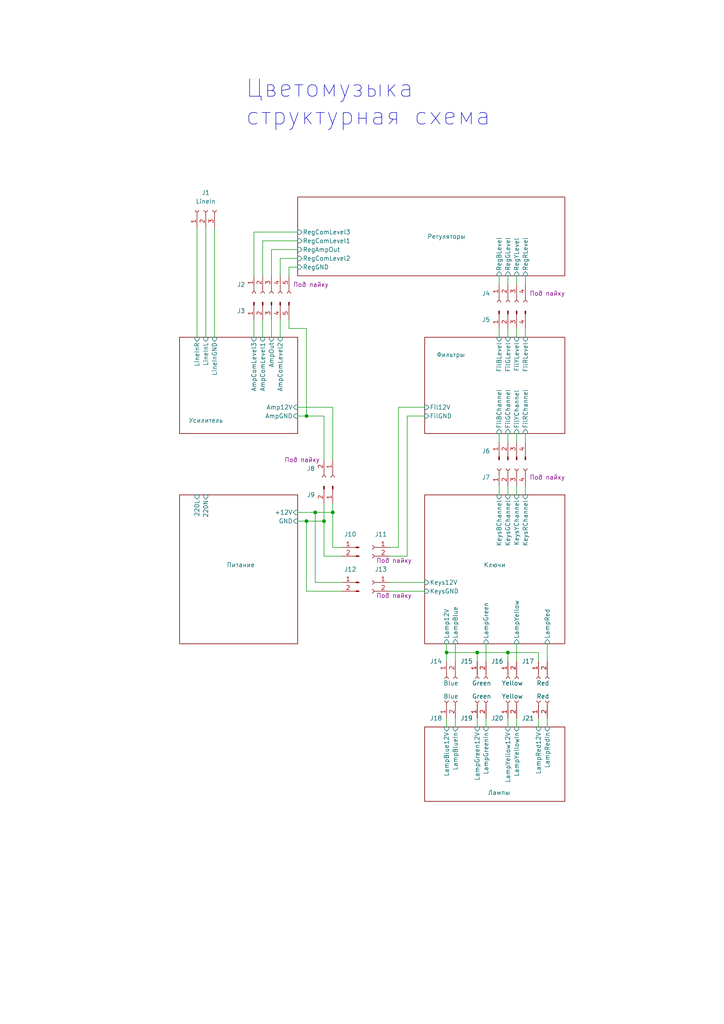
<source format=kicad_sch>
(kicad_sch (version 20230121) (generator eeschema)
  (paper "A4" portrait)
  (lib_symbols
    (symbol "Connector:Conn_01x02_Pin" (pin_names (offset 1.016) hide)
      (property "Reference" "J" (at 0 2.54 0))
      (property "Value" "Conn_01x02_Pin" (at 0 -5.08 0))
      (symbol "Conn_01x02_Pin_1_1"
        (polyline (pts (xy 1.27 -2.54) (xy 0.8636 -2.54)) (stroke (width 0.1524)))
        (polyline (pts (xy 1.27 0) (xy 0.8636 0)) (stroke (width 0.1524)))
        (rectangle (start 0.8636 -2.413) (end 0 -2.667) (stroke (width 0.1524)) (fill (type outline)))
        (rectangle (start 0.8636 0.127) (end 0 -0.127) (stroke (width 0.1524)) (fill (type outline)))
        (pin passive line (at 5.08 0 180) (length 3.81) (name "Pin_1") (number "1"))
        (pin passive line (at 5.08 -2.54 180) (length 3.81) (name "Pin_2") (number "2"))
      )
    )
    (symbol "Connector:Conn_01x02_Socket" (pin_names (offset 1.016) hide)
      (property "Reference" "J" (at 0 2.54 0))
      (property "Value" "Conn_01x02_Socket" (at 0 -5.08 0))
      (symbol "Conn_01x02_Socket_1_1"
        (arc (start 0 -2.032) (mid -0.5058 -2.54) (end 0 -3.048) (stroke (width 0.1524)))
        (polyline (pts (xy -1.27 -2.54) (xy -0.508 -2.54)) (stroke (width 0.1524)))
        (polyline (pts (xy -1.27 0) (xy -0.508 0)) (stroke (width 0.1524)))
        (arc (start 0 0.508) (mid -0.5058 0) (end 0 -0.508) (stroke (width 0.1524)))
        (pin passive line (at -5.08 0 0) (length 3.81) (name "Pin_1") (number "1"))
        (pin passive line (at -5.08 -2.54 0) (length 3.81) (name "Pin_2") (number "2"))
      )
    )
    (symbol "Connector:Conn_01x03_Socket" (pin_names (offset 1.016) hide)
      (property "Reference" "J" (at 0 5.08 0))
      (property "Value" "Conn_01x03_Socket" (at 0 -5.08 0))
      (symbol "Conn_01x03_Socket_1_1"
        (arc (start 0 -2.032) (mid -0.5058 -2.54) (end 0 -3.048) (stroke (width 0.1524)))
        (polyline (pts (xy -1.27 -2.54) (xy -0.508 -2.54)) (stroke (width 0.1524)))
        (polyline (pts (xy -1.27 0) (xy -0.508 0)) (stroke (width 0.1524)))
        (polyline (pts (xy -1.27 2.54) (xy -0.508 2.54)) (stroke (width 0.1524)))
        (arc (start 0 0.508) (mid -0.5058 0) (end 0 -0.508) (stroke (width 0.1524)))
        (arc (start 0 3.048) (mid -0.5058 2.54) (end 0 2.032) (stroke (width 0.1524)))
        (pin passive line (at -5.08 2.54 0) (length 3.81) (name "Pin_1") (number "1"))
        (pin passive line (at -5.08 0 0) (length 3.81) (name "Pin_2") (number "2"))
        (pin passive line (at -5.08 -2.54 0) (length 3.81) (name "Pin_3") (number "3"))
      )
    )
    (symbol "Connector:Conn_01x04_Pin" (pin_names (offset 1.016) hide)
      (property "Reference" "J" (at 0 5.08 0))
      (property "Value" "Conn_01x04_Pin" (at 0 -7.62 0))
      (symbol "Conn_01x04_Pin_1_1"
        (polyline (pts (xy 1.27 -5.08) (xy 0.8636 -5.08)) (stroke (width 0.1524)))
        (polyline (pts (xy 1.27 -2.54) (xy 0.8636 -2.54)) (stroke (width 0.1524)))
        (polyline (pts (xy 1.27 0) (xy 0.8636 0)) (stroke (width 0.1524)))
        (polyline (pts (xy 1.27 2.54) (xy 0.8636 2.54)) (stroke (width 0.1524)))
        (rectangle (start 0.8636 -4.953) (end 0 -5.207) (stroke (width 0.1524)) (fill (type outline)))
        (rectangle (start 0.8636 -2.413) (end 0 -2.667) (stroke (width 0.1524)) (fill (type outline)))
        (rectangle (start 0.8636 0.127) (end 0 -0.127) (stroke (width 0.1524)) (fill (type outline)))
        (rectangle (start 0.8636 2.667) (end 0 2.413) (stroke (width 0.1524)) (fill (type outline)))
        (pin passive line (at 5.08 2.54 180) (length 3.81) (name "Pin_1") (number "1"))
        (pin passive line (at 5.08 0 180) (length 3.81) (name "Pin_2") (number "2"))
        (pin passive line (at 5.08 -2.54 180) (length 3.81) (name "Pin_3") (number "3"))
        (pin passive line (at 5.08 -5.08 180) (length 3.81) (name "Pin_4") (number "4"))
      )
    )
    (symbol "Connector:Conn_01x04_Socket" (pin_names (offset 1.016) hide)
      (property "Reference" "J" (at 0 5.08 0))
      (property "Value" "Conn_01x04_Socket" (at 0 -7.62 0))
      (symbol "Conn_01x04_Socket_1_1"
        (arc (start 0 -4.572) (mid -0.5058 -5.08) (end 0 -5.588) (stroke (width 0.1524)))
        (arc (start 0 -2.032) (mid -0.5058 -2.54) (end 0 -3.048) (stroke (width 0.1524)))
        (polyline (pts (xy -1.27 -5.08) (xy -0.508 -5.08)) (stroke (width 0.1524)))
        (polyline (pts (xy -1.27 -2.54) (xy -0.508 -2.54)) (stroke (width 0.1524)))
        (polyline (pts (xy -1.27 0) (xy -0.508 0)) (stroke (width 0.1524)))
        (polyline (pts (xy -1.27 2.54) (xy -0.508 2.54)) (stroke (width 0.1524)))
        (arc (start 0 0.508) (mid -0.5058 0) (end 0 -0.508) (stroke (width 0.1524)))
        (arc (start 0 3.048) (mid -0.5058 2.54) (end 0 2.032) (stroke (width 0.1524)))
        (pin passive line (at -5.08 2.54 0) (length 3.81) (name "Pin_1") (number "1"))
        (pin passive line (at -5.08 0 0) (length 3.81) (name "Pin_2") (number "2"))
        (pin passive line (at -5.08 -2.54 0) (length 3.81) (name "Pin_3") (number "3"))
        (pin passive line (at -5.08 -5.08 0) (length 3.81) (name "Pin_4") (number "4"))
      )
    )
    (symbol "Connector:Conn_01x05_Pin" (pin_names (offset 1.016) hide)
      (property "Reference" "J" (at 0 7.62 0))
      (property "Value" "Conn_01x05_Pin" (at 0 -7.62 0))
      (symbol "Conn_01x05_Pin_1_1"
        (polyline (pts (xy 1.27 -5.08) (xy 0.8636 -5.08)) (stroke (width 0.1524)))
        (polyline (pts (xy 1.27 -2.54) (xy 0.8636 -2.54)) (stroke (width 0.1524)))
        (polyline (pts (xy 1.27 0) (xy 0.8636 0)) (stroke (width 0.1524)))
        (polyline (pts (xy 1.27 2.54) (xy 0.8636 2.54)) (stroke (width 0.1524)))
        (polyline (pts (xy 1.27 5.08) (xy 0.8636 5.08)) (stroke (width 0.1524)))
        (rectangle (start 0.8636 -4.953) (end 0 -5.207) (stroke (width 0.1524)) (fill (type outline)))
        (rectangle (start 0.8636 -2.413) (end 0 -2.667) (stroke (width 0.1524)) (fill (type outline)))
        (rectangle (start 0.8636 0.127) (end 0 -0.127) (stroke (width 0.1524)) (fill (type outline)))
        (rectangle (start 0.8636 2.667) (end 0 2.413) (stroke (width 0.1524)) (fill (type outline)))
        (rectangle (start 0.8636 5.207) (end 0 4.953) (stroke (width 0.1524)) (fill (type outline)))
        (pin passive line (at 5.08 5.08 180) (length 3.81) (name "Pin_1") (number "1"))
        (pin passive line (at 5.08 2.54 180) (length 3.81) (name "Pin_2") (number "2"))
        (pin passive line (at 5.08 0 180) (length 3.81) (name "Pin_3") (number "3"))
        (pin passive line (at 5.08 -2.54 180) (length 3.81) (name "Pin_4") (number "4"))
        (pin passive line (at 5.08 -5.08 180) (length 3.81) (name "Pin_5") (number "5"))
      )
    )
    (symbol "Connector:Conn_01x05_Socket" (pin_names (offset 1.016) hide)
      (property "Reference" "J" (at 0 7.62 0))
      (property "Value" "Conn_01x05_Socket" (at 0 -7.62 0))
      (symbol "Conn_01x05_Socket_1_1"
        (arc (start 0 -4.572) (mid -0.5058 -5.08) (end 0 -5.588) (stroke (width 0.1524)))
        (arc (start 0 -2.032) (mid -0.5058 -2.54) (end 0 -3.048) (stroke (width 0.1524)))
        (polyline (pts (xy -1.27 -5.08) (xy -0.508 -5.08)) (stroke (width 0.1524)))
        (polyline (pts (xy -1.27 -2.54) (xy -0.508 -2.54)) (stroke (width 0.1524)))
        (polyline (pts (xy -1.27 0) (xy -0.508 0)) (stroke (width 0.1524)))
        (polyline (pts (xy -1.27 2.54) (xy -0.508 2.54)) (stroke (width 0.1524)))
        (polyline (pts (xy -1.27 5.08) (xy -0.508 5.08)) (stroke (width 0.1524)))
        (arc (start 0 0.508) (mid -0.5058 0) (end 0 -0.508) (stroke (width 0.1524)))
        (arc (start 0 3.048) (mid -0.5058 2.54) (end 0 2.032) (stroke (width 0.1524)))
        (arc (start 0 5.588) (mid -0.5058 5.08) (end 0 4.572) (stroke (width 0.1524)))
        (pin passive line (at -5.08 5.08 0) (length 3.81) (name "Pin_1") (number "1"))
        (pin passive line (at -5.08 2.54 0) (length 3.81) (name "Pin_2") (number "2"))
        (pin passive line (at -5.08 0 0) (length 3.81) (name "Pin_3") (number "3"))
        (pin passive line (at -5.08 -2.54 0) (length 3.81) (name "Pin_4") (number "4"))
        (pin passive line (at -5.08 -5.08 0) (length 3.81) (name "Pin_5") (number "5"))
      )
    )
  )
  (junction (at 91.44 148.59))
  (junction (at 147.32 189.23))
  (junction (at 88.9 120.65))
  (junction (at 93.98 151.13))
  (junction (at 88.9 151.13))
  (junction (at 129.54 189.23))
  (junction (at 96.52 148.59))
  (junction (at 138.43 189.23))
  (wire (pts (xy 152.4 80.01) (xy 152.4 82.55)))
  (wire (pts (xy 99.06 161.29) (xy 93.98 161.29)))
  (wire (pts (xy 81.28 97.79) (xy 81.28 92.71)))
  (wire (pts (xy 158.75 186.69) (xy 158.75 191.77)))
  (wire (pts (xy 99.06 171.45) (xy 88.9 171.45)))
  (wire (pts (xy 147.32 140.97) (xy 147.32 143.51)))
  (wire (pts (xy 93.98 151.13) (xy 93.98 161.29)))
  (wire (pts (xy 147.32 208.28) (xy 147.32 210.82)))
  (wire (pts (xy 149.86 208.28) (xy 149.86 210.82)))
  (wire (pts (xy 149.86 95.25) (xy 149.86 97.79)))
  (wire (pts (xy 113.03 171.45) (xy 123.19 171.45)))
  (wire (pts (xy 113.03 161.29) (xy 118.11 161.29)))
  (wire (pts (xy 149.86 80.01) (xy 149.86 82.55)))
  (wire (pts (xy 113.03 158.75) (xy 115.57 158.75)))
  (wire (pts (xy 73.66 92.71) (xy 73.66 97.79)))
  (wire (pts (xy 59.69 66.04) (xy 59.69 97.79)))
  (wire (pts (xy 96.52 148.59) (xy 96.52 158.75)))
  (wire (pts (xy 88.9 151.13) (xy 93.98 151.13)))
  (wire (pts (xy 93.98 120.65) (xy 93.98 133.35)))
  (wire (pts (xy 73.66 67.31) (xy 73.66 80.01)))
  (wire (pts (xy 81.28 80.01) (xy 81.28 74.93)))
  (wire (pts (xy 147.32 189.23) (xy 138.43 189.23)))
  (wire (pts (xy 138.43 191.77) (xy 138.43 189.23)))
  (wire (pts (xy 86.36 67.31) (xy 73.66 67.31)))
  (wire (pts (xy 96.52 118.11) (xy 96.52 133.35)))
  (wire (pts (xy 91.44 148.59) (xy 91.44 168.91)))
  (wire (pts (xy 88.9 95.25) (xy 88.9 120.65)))
  (wire (pts (xy 144.78 80.01) (xy 144.78 82.55)))
  (wire (pts (xy 152.4 125.73) (xy 152.4 128.27)))
  (wire (pts (xy 91.44 148.59) (xy 96.52 148.59)))
  (wire (pts (xy 86.36 120.65) (xy 88.9 120.65)))
  (wire (pts (xy 93.98 146.05) (xy 93.98 151.13)))
  (wire (pts (xy 99.06 168.91) (xy 91.44 168.91)))
  (wire (pts (xy 99.06 158.75) (xy 96.52 158.75)))
  (wire (pts (xy 57.15 66.04) (xy 57.15 97.79)))
  (wire (pts (xy 88.9 151.13) (xy 88.9 171.45)))
  (wire (pts (xy 86.36 69.85) (xy 76.2 69.85)))
  (wire (pts (xy 83.82 95.25) (xy 88.9 95.25)))
  (wire (pts (xy 83.82 77.47) (xy 83.82 80.01)))
  (wire (pts (xy 81.28 74.93) (xy 86.36 74.93)))
  (wire (pts (xy 132.08 208.28) (xy 132.08 210.82)))
  (wire (pts (xy 86.36 148.59) (xy 91.44 148.59)))
  (wire (pts (xy 129.54 186.69) (xy 129.54 189.23)))
  (wire (pts (xy 129.54 189.23) (xy 129.54 191.77)))
  (wire (pts (xy 138.43 208.28) (xy 138.43 210.82)))
  (wire (pts (xy 76.2 92.71) (xy 76.2 97.79)))
  (wire (pts (xy 118.11 161.29) (xy 118.11 120.65)))
  (wire (pts (xy 78.74 72.39) (xy 78.74 80.01)))
  (wire (pts (xy 140.97 208.28) (xy 140.97 210.82)))
  (wire (pts (xy 144.78 140.97) (xy 144.78 143.51)))
  (wire (pts (xy 158.75 208.28) (xy 158.75 210.82)))
  (wire (pts (xy 156.21 208.28) (xy 156.21 210.82)))
  (wire (pts (xy 140.97 186.69) (xy 140.97 191.77)))
  (wire (pts (xy 83.82 92.71) (xy 83.82 95.25)))
  (wire (pts (xy 152.4 95.25) (xy 152.4 97.79)))
  (wire (pts (xy 86.36 151.13) (xy 88.9 151.13)))
  (wire (pts (xy 149.86 140.97) (xy 149.86 143.51)))
  (wire (pts (xy 138.43 189.23) (xy 129.54 189.23)))
  (wire (pts (xy 96.52 146.05) (xy 96.52 148.59)))
  (wire (pts (xy 93.98 120.65) (xy 88.9 120.65)))
  (wire (pts (xy 147.32 189.23) (xy 156.21 189.23)))
  (wire (pts (xy 113.03 168.91) (xy 123.19 168.91)))
  (wire (pts (xy 115.57 118.11) (xy 123.19 118.11)))
  (wire (pts (xy 147.32 95.25) (xy 147.32 97.79)))
  (wire (pts (xy 118.11 120.65) (xy 123.19 120.65)))
  (wire (pts (xy 86.36 77.47) (xy 83.82 77.47)))
  (wire (pts (xy 144.78 95.25) (xy 144.78 97.79)))
  (wire (pts (xy 115.57 158.75) (xy 115.57 118.11)))
  (wire (pts (xy 147.32 191.77) (xy 147.32 189.23)))
  (wire (pts (xy 149.86 186.69) (xy 149.86 191.77)))
  (wire (pts (xy 152.4 140.97) (xy 152.4 143.51)))
  (wire (pts (xy 78.74 92.71) (xy 78.74 97.79)))
  (wire (pts (xy 156.21 191.77) (xy 156.21 189.23)))
  (wire (pts (xy 132.08 186.69) (xy 132.08 191.77)))
  (wire (pts (xy 62.23 66.04) (xy 62.23 97.79)))
  (wire (pts (xy 76.2 69.85) (xy 76.2 80.01)))
  (wire (pts (xy 147.32 80.01) (xy 147.32 82.55)))
  (wire (pts (xy 144.78 125.73) (xy 144.78 128.27)))
  (wire (pts (xy 149.86 125.73) (xy 149.86 128.27)))
  (wire (pts (xy 86.36 118.11) (xy 96.52 118.11)))
  (wire (pts (xy 86.36 72.39) (xy 78.74 72.39)))
  (wire (pts (xy 147.32 125.73) (xy 147.32 128.27)))
  (wire (pts (xy 129.54 208.28) (xy 129.54 210.82)))
  (text "Цветомузыка\nструктурная схема" (at 71.12 36.83 0) (effects (font (size 5 5)) (justify left bottom)))
  (symbol (lib_id "Connector:Conn_01x02_Socket") (at 107.95 168.91 0) (mirror y) (unit 1)
    (property "Reference" "J13" (at 110.49 165.1 0))
    (property "Value" "Conn_01x02_Socket" (effects hide))
    (property "Footprint" "Connector_Molex:Molex_Mini-Fit_Jr_5566-02A_2x01_P4.20mm_Vertical" (effects hide))
    (property "Поле4" "Под пайку" (at 114.3 172.72 0))
  )
  (symbol (lib_id "Connector:Conn_01x02_Socket") (at 96.52 138.43 270) (unit 1)
    (property "Reference" "J8" (at 90.17 135.89 90))
    (property "Value" "Conn_01x02_Socket" (effects hide))
    (property "Footprint" "Connector_PinHeader_2.54mm:PinHeader_1x02_P2.54mm_Vertical" (effects hide))
    (property "Поле4" "Под пайку" (at 87.63 133.35 90))
  )
  (symbol (lib_id "Connector:Conn_01x02_Socket") (at 129.54 196.85 90) (mirror x) (unit 1)
    (property "Reference" "J14" (at 128.27 191.77 90) (effects (justify left)))
    (property "Value" "Blue" (at 130.81 198.12 90))
    (property "Footprint" "Connector_Molex:Molex_Mini-Fit_Jr_5566-02A_2x01_P4.20mm_Vertical" (effects hide))
  )
  (symbol (lib_id "Connector:Conn_01x02_Pin") (at 104.14 168.91 0) (mirror y) (unit 1)
    (property "Reference" "J12" (at 101.6 165.1 0))
    (property "Value" "Conn_01x02_Pin" (effects hide))
    (property "Footprint" "Connector_Molex:Molex_Mini-Fit_Jr_5566-02A_2x01_P4.20mm_Vertical" (effects hide))
  )
  (symbol (lib_id "Connector:Conn_01x05_Socket") (at 78.74 85.09 90) (mirror x) (unit 1)
    (property "Reference" "J2" (at 71.12 82.55 90) (effects (justify left)))
    (property "Value" "Conn_01x05_Socket" (effects hide))
    (property "Footprint" "Connector_PinHeader_2.54mm:PinHeader_1x05_P2.54mm_Vertical" (effects hide))
    (property "Поле4" "Под пайку" (at 90.17 82.55 90))
  )
  (symbol (lib_id "Connector:Conn_01x02_Socket") (at 156.21 196.85 90) (mirror x) (unit 1)
    (property "Reference" "J17" (at 154.94 191.77 90) (effects (justify left)))
    (property "Value" "Red" (at 157.48 198.12 90))
    (property "Footprint" "Connector_Molex:Molex_Mini-Fit_Jr_5566-02A_2x01_P4.20mm_Vertical" (effects hide))
  )
  (symbol (lib_id "Connector:Conn_01x03_Socket") (at 59.69 60.96 90) (unit 1)
    (property "Reference" "J1" (at 59.69 55.88 90))
    (property "Value" "LineIn" (at 59.69 58.42 90))
    (property "Footprint" "Connector_PinHeader_2.54mm:PinHeader_1x03_P2.54mm_Vertical" (effects hide))
  )
  (symbol (lib_id "Connector:Conn_01x04_Socket") (at 147.32 135.89 90) (unit 1)
    (property "Reference" "J7" (at 140.97 138.43 90))
    (property "Value" "Conn_01x04_Socket" (effects hide))
    (property "Footprint" "Connector_PinHeader_2.54mm:PinHeader_1x04_P2.54mm_Vertical" (effects hide))
    (property "Поле4" "Под пайку" (at 158.75 138.43 90))
  )
  (symbol (lib_id "Connector:Conn_01x02_Socket") (at 147.32 203.2 90) (unit 1)
    (property "Reference" "J20" (at 146.05 208.28 90) (effects (justify left)))
    (property "Value" "Yellow" (at 148.59 201.93 90))
    (property "Footprint" "Connector_Molex:Molex_Mini-Fit_Jr_5566-02A_2x01_P4.20mm_Vertical" (effects hide))
  )
  (symbol (lib_id "Connector:Conn_01x02_Socket") (at 156.21 203.2 90) (unit 1)
    (property "Reference" "J21" (at 154.94 208.28 90) (effects (justify left)))
    (property "Value" "Red" (at 157.48 201.93 90))
    (property "Footprint" "Connector_Molex:Molex_Mini-Fit_Jr_5566-02A_2x01_P4.20mm_Vertical" (effects hide))
  )
  (symbol (lib_id "Connector:Conn_01x04_Pin") (at 147.32 90.17 90) (mirror x) (unit 1)
    (property "Reference" "J5" (at 140.97 92.71 90))
    (property "Value" "Conn_01x04_Pin" (effects hide))
    (property "Footprint" "Connector_JST:JST_XH_B4B-XH-A_1x04_P2.50mm_Vertical" (effects hide))
  )
  (symbol (lib_id "Connector:Conn_01x04_Pin") (at 147.32 133.35 90) (unit 1)
    (property "Reference" "J6" (at 140.97 130.81 90))
    (property "Value" "Conn_01x04_Pin" (effects hide))
    (property "Footprint" "Connector_JST:JST_XH_B4B-XH-A_1x04_P2.50mm_Vertical" (effects hide))
  )
  (symbol (lib_id "Connector:Conn_01x05_Pin") (at 78.74 87.63 90) (mirror x) (unit 1)
    (property "Reference" "J3" (at 71.12 90.17 90) (effects (justify left)))
    (property "Value" "Conn_01x05_Pin" (effects hide))
    (property "Footprint" "Connector_JST:JST_XH_B5B-XH-A_1x05_P2.50mm_Vertical" (effects hide))
  )
  (symbol (lib_id "Connector:Conn_01x02_Socket") (at 147.32 196.85 90) (mirror x) (unit 1)
    (property "Reference" "J16" (at 146.05 191.77 90) (effects (justify left)))
    (property "Value" "Yellow" (at 148.59 198.12 90))
    (property "Footprint" "Connector_Molex:Molex_Mini-Fit_Jr_5566-02A_2x01_P4.20mm_Vertical" (effects hide))
  )
  (symbol (lib_id "Connector:Conn_01x02_Pin") (at 96.52 140.97 270) (unit 1)
    (property "Reference" "J9" (at 90.17 143.51 90))
    (property "Value" "Conn_01x02_Pin" (effects hide))
    (property "Footprint" "Connector_JST:JST_XH_B2B-XH-A_1x02_P2.50mm_Vertical" (effects hide))
  )
  (symbol (lib_id "Connector:Conn_01x02_Socket") (at 107.95 158.75 0) (mirror y) (unit 1)
    (property "Reference" "J11" (at 110.49 154.94 0))
    (property "Value" "Conn_01x02_Socket" (effects hide))
    (property "Footprint" "Connector_PinHeader_2.54mm:PinHeader_1x02_P2.54mm_Vertical" (effects hide))
    (property "Поле4" "Под пайку" (at 114.3 162.56 0))
  )
  (symbol (lib_id "Connector:Conn_01x02_Socket") (at 129.54 203.2 90) (unit 1)
    (property "Reference" "J18" (at 128.27 208.28 90) (effects (justify left)))
    (property "Value" "Blue" (at 130.81 201.93 90))
    (property "Footprint" "Connector_Molex:Molex_Mini-Fit_Jr_5566-02A_2x01_P4.20mm_Vertical" (effects hide))
  )
  (symbol (lib_id "Connector:Conn_01x04_Socket") (at 147.32 87.63 90) (mirror x) (unit 1)
    (property "Reference" "J4" (at 140.97 85.09 90))
    (property "Value" "Conn_01x04_Socket" (effects hide))
    (property "Footprint" "Connector_PinHeader_2.54mm:PinHeader_1x04_P2.54mm_Vertical" (effects hide))
    (property "Поле4" "Под пайку" (at 158.75 85.09 90))
  )
  (symbol (lib_id "Connector:Conn_01x02_Pin") (at 104.14 158.75 0) (mirror y) (unit 1)
    (property "Reference" "J10" (at 101.6 154.94 0))
    (property "Value" "Conn_01x02_Pin" (effects hide))
    (property "Footprint" "Connector_JST:JST_XH_B2B-XH-A_1x02_P2.50mm_Vertical" (effects hide))
  )
  (symbol (lib_id "Connector:Conn_01x02_Socket") (at 138.43 203.2 90) (unit 1)
    (property "Reference" "J19" (at 137.16 208.28 90) (effects (justify left)))
    (property "Value" "Green" (at 139.7 201.93 90))
    (property "Footprint" "Connector_Molex:Molex_Mini-Fit_Jr_5566-02A_2x01_P4.20mm_Vertical" (effects hide))
  )
  (symbol (lib_id "Connector:Conn_01x02_Socket") (at 138.43 196.85 90) (mirror x) (unit 1)
    (property "Reference" "J15" (at 137.16 191.77 90) (effects (justify left)))
    (property "Value" "Green" (at 139.7 198.12 90))
    (property "Footprint" "Connector_Molex:Molex_Mini-Fit_Jr_5566-02A_2x01_P4.20mm_Vertical" (effects hide))
  )
  (sheet (at 86.36 57.15) (size 77.47 22.86) (stroke (width 0.1524))
    (property "Sheetname" "Регуляторы" (at 129.54 68.58 0))
    (property "Sheetfile" "Регуляторы.kicad_sch" (effects hide))
    (pin "RegBLevel" input (at 144.78 80.01 270))
    (pin "RegYLevel" input (at 149.86 80.01 270))
    (pin "RegGLevel" input (at 147.32 80.01 270))
    (pin "RegGND" input (at 86.36 77.47 180))
    (pin "RegComLevel2" input (at 86.36 74.93 180))
    (pin "RegComLevel3" input (at 86.36 67.31 180))
    (pin "RegComLevel1" input (at 86.36 69.85 180))
    (pin "RegAmpOut" input (at 86.36 72.39 180))
    (pin "RegRLevel" input (at 152.4 80.01 270))
  )
  (sheet (at 123.19 210.82) (size 40.64 21.59) (stroke (width 0.1524))
    (property "Sheetname" "Лампы" (at 144.78 229.87 0))
    (property "Sheetfile" "Лампы.kicad_sch" (effects hide))
    (pin "LampBlueIn" input (at 132.08 210.82 90))
    (pin "LampYellowIn" input (at 149.86 210.82 90))
    (pin "LampGreenIn" input (at 140.97 210.82 90))
    (pin "LampRedIn" input (at 158.75 210.82 90))
    (pin "LampBlue12V" input (at 129.54 210.82 90))
    (pin "LampYellow12V" input (at 147.32 210.82 90))
    (pin "LampGreen12V" input (at 138.43 210.82 90))
    (pin "LampRed12V" input (at 156.21 210.82 90))
  )
  (sheet (at 123.19 143.51) (size 40.64 43.18) (stroke (width 0.1524))
    (property "Sheetname" "Ключи" (at 143.51 163.83 0))
    (property "Sheetfile" "Ключи.kicad_sch" (effects hide))
    (pin "Keys12V" input (at 123.19 168.91 180))
    (pin "KeysGND" input (at 123.19 171.45 180))
    (pin "KeysBChannel" input (at 144.78 143.51 90))
    (pin "KeysYChannel" input (at 149.86 143.51 90))
    (pin "KeysGChannel" input (at 147.32 143.51 90))
    (pin "KeysRChannel" input (at 152.4 143.51 90))
    (pin "LampGreen" input (at 140.97 186.69 270))
    (pin "LampYellow" input (at 149.86 186.69 270))
    (pin "LampBlue" input (at 132.08 186.69 270))
    (pin "LampRed" input (at 158.75 186.69 270))
    (pin "Lamp12V" input (at 129.54 186.69 270))
  )
  (sheet (at 123.19 97.79) (size 40.64 27.94) (stroke (width 0.1524))
    (property "Sheetname" "Фильтры" (at 130.81 102.87 0))
    (property "Sheetfile" "Фильтры.kicad_sch" (effects hide))
    (pin "FilRLevel" input (at 152.4 97.79 90))
    (pin "FilYLevel" input (at 149.86 97.79 90))
    (pin "FilBLevel" input (at 144.78 97.79 90))
    (pin "FilGLevel" input (at 147.32 97.79 90))
    (pin "FilGND" input (at 123.19 120.65 180))
    (pin "Fil12V" input (at 123.19 118.11 180))
    (pin "FilGChannel" input (at 147.32 125.73 270))
    (pin "FilBChannel" input (at 144.78 125.73 270))
    (pin "FilRChannel" input (at 152.4 125.73 270))
    (pin "FilYChannel" input (at 149.86 125.73 270))
  )
  (sheet (at 52.07 143.51) (size 34.29 43.18) (stroke (width 0.1524))
    (property "Sheetname" "Питание" (at 69.85 163.83 0))
    (property "Sheetfile" "Блок питания.kicad_sch" (effects hide))
    (pin "+12V" input (at 86.36 148.59 0))
    (pin "GND" input (at 86.36 151.13 0))
    (pin "220L" input (at 57.15 143.51 90))
    (pin "220N" input (at 59.69 143.51 90))
  )
  (sheet (at 52.07 97.79) (size 34.29 27.94) (stroke (width 0.1524))
    (property "Sheetname" "Усилитель" (at 59.69 121.92 0))
    (property "Sheetfile" "Усилитель.kicad_sch" (effects hide))
    (pin "AmpComLevel1" input (at 76.2 97.79 90))
    (pin "AmpComLevel2" input (at 81.28 97.79 90))
    (pin "AmpComLevel3" input (at 73.66 97.79 90))
    (pin "Amp12V" input (at 86.36 118.11 0))
    (pin "AmpGND" input (at 86.36 120.65 0))
    (pin "AmpOut" input (at 78.74 97.79 90))
    (pin "LineInL" input (at 59.69 97.79 90))
    (pin "LineInR" input (at 57.15 97.79 90))
    (pin "LineInGND" input (at 62.23 97.79 90))
  )
)
</source>
